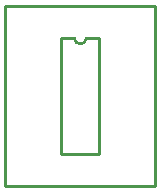
<source format=gbo>
G04 DipTrace 2.4.0.2*
%INPCA9685.gbo*%
%MOIN*%
%ADD10C,0.0098*%
%FSLAX44Y44*%
G04*
G70*
G90*
G75*
G01*
%LNBotSilk*%
%LPD*%
X8936Y9937D2*
D10*
X3937D1*
Y3937D1*
X8936D1*
Y9937D1*
X7066Y8866D2*
Y5008D1*
X5807Y8866D2*
Y5008D1*
X7066D2*
X5807D1*
X7066Y8866D2*
X6633D1*
X6240D2*
X5807D1*
X6633D2*
G02X6240Y8866I-197J0D01*
G01*
M02*

</source>
